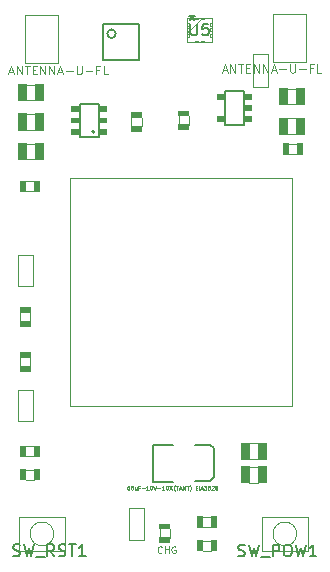
<source format=gbr>
%TF.GenerationSoftware,KiCad,Pcbnew,7.0.8*%
%TF.CreationDate,2023-10-19T11:53:08-06:00*%
%TF.ProjectId,air_station_1v5,6169725f-7374-4617-9469-6f6e5f317635,rev?*%
%TF.SameCoordinates,Original*%
%TF.FileFunction,AssemblyDrawing,Top*%
%FSLAX46Y46*%
G04 Gerber Fmt 4.6, Leading zero omitted, Abs format (unit mm)*
G04 Created by KiCad (PCBNEW 7.0.8) date 2023-10-19 11:53:08*
%MOMM*%
%LPD*%
G01*
G04 APERTURE LIST*
%ADD10C,0.081280*%
%ADD11C,0.150000*%
%ADD12C,0.082500*%
%ADD13C,0.063500*%
%ADD14C,0.152400*%
%ADD15C,0.101600*%
%ADD16C,0.100000*%
%ADD17C,0.203200*%
%ADD18C,0.025400*%
G04 APERTURE END LIST*
D10*
X94299810Y-58752243D02*
X94648153Y-58752243D01*
X94230141Y-58961249D02*
X94473981Y-58229729D01*
X94473981Y-58229729D02*
X94717821Y-58961249D01*
X94961661Y-58961249D02*
X94961661Y-58229729D01*
X94961661Y-58229729D02*
X95379672Y-58961249D01*
X95379672Y-58961249D02*
X95379672Y-58229729D01*
X95623512Y-58229729D02*
X96041524Y-58229729D01*
X95832518Y-58961249D02*
X95832518Y-58229729D01*
X96285364Y-58578072D02*
X96529204Y-58578072D01*
X96633707Y-58961249D02*
X96285364Y-58961249D01*
X96285364Y-58961249D02*
X96285364Y-58229729D01*
X96285364Y-58229729D02*
X96633707Y-58229729D01*
X96947215Y-58961249D02*
X96947215Y-58229729D01*
X96947215Y-58229729D02*
X97365226Y-58961249D01*
X97365226Y-58961249D02*
X97365226Y-58229729D01*
X97713569Y-58961249D02*
X97713569Y-58229729D01*
X97713569Y-58229729D02*
X98131580Y-58961249D01*
X98131580Y-58961249D02*
X98131580Y-58229729D01*
X98445089Y-58752243D02*
X98793432Y-58752243D01*
X98375420Y-58961249D02*
X98619260Y-58229729D01*
X98619260Y-58229729D02*
X98863100Y-58961249D01*
X99106940Y-58682575D02*
X99664289Y-58682575D01*
X100012631Y-58229729D02*
X100012631Y-58821912D01*
X100012631Y-58821912D02*
X100047465Y-58891580D01*
X100047465Y-58891580D02*
X100082300Y-58926415D01*
X100082300Y-58926415D02*
X100151968Y-58961249D01*
X100151968Y-58961249D02*
X100291305Y-58961249D01*
X100291305Y-58961249D02*
X100360974Y-58926415D01*
X100360974Y-58926415D02*
X100395808Y-58891580D01*
X100395808Y-58891580D02*
X100430642Y-58821912D01*
X100430642Y-58821912D02*
X100430642Y-58229729D01*
X100778985Y-58682575D02*
X101336334Y-58682575D01*
X101928516Y-58578072D02*
X101684676Y-58578072D01*
X101684676Y-58961249D02*
X101684676Y-58229729D01*
X101684676Y-58229729D02*
X102033019Y-58229729D01*
X102660036Y-58961249D02*
X102311693Y-58961249D01*
X102311693Y-58961249D02*
X102311693Y-58229729D01*
D11*
X76557571Y-99848200D02*
X76700428Y-99895819D01*
X76700428Y-99895819D02*
X76938523Y-99895819D01*
X76938523Y-99895819D02*
X77033761Y-99848200D01*
X77033761Y-99848200D02*
X77081380Y-99800580D01*
X77081380Y-99800580D02*
X77128999Y-99705342D01*
X77128999Y-99705342D02*
X77128999Y-99610104D01*
X77128999Y-99610104D02*
X77081380Y-99514866D01*
X77081380Y-99514866D02*
X77033761Y-99467247D01*
X77033761Y-99467247D02*
X76938523Y-99419628D01*
X76938523Y-99419628D02*
X76748047Y-99372009D01*
X76748047Y-99372009D02*
X76652809Y-99324390D01*
X76652809Y-99324390D02*
X76605190Y-99276771D01*
X76605190Y-99276771D02*
X76557571Y-99181533D01*
X76557571Y-99181533D02*
X76557571Y-99086295D01*
X76557571Y-99086295D02*
X76605190Y-98991057D01*
X76605190Y-98991057D02*
X76652809Y-98943438D01*
X76652809Y-98943438D02*
X76748047Y-98895819D01*
X76748047Y-98895819D02*
X76986142Y-98895819D01*
X76986142Y-98895819D02*
X77128999Y-98943438D01*
X77462333Y-98895819D02*
X77700428Y-99895819D01*
X77700428Y-99895819D02*
X77890904Y-99181533D01*
X77890904Y-99181533D02*
X78081380Y-99895819D01*
X78081380Y-99895819D02*
X78319476Y-98895819D01*
X78462333Y-99991057D02*
X79224237Y-99991057D01*
X80033761Y-99895819D02*
X79700428Y-99419628D01*
X79462333Y-99895819D02*
X79462333Y-98895819D01*
X79462333Y-98895819D02*
X79843285Y-98895819D01*
X79843285Y-98895819D02*
X79938523Y-98943438D01*
X79938523Y-98943438D02*
X79986142Y-98991057D01*
X79986142Y-98991057D02*
X80033761Y-99086295D01*
X80033761Y-99086295D02*
X80033761Y-99229152D01*
X80033761Y-99229152D02*
X79986142Y-99324390D01*
X79986142Y-99324390D02*
X79938523Y-99372009D01*
X79938523Y-99372009D02*
X79843285Y-99419628D01*
X79843285Y-99419628D02*
X79462333Y-99419628D01*
X80414714Y-99848200D02*
X80557571Y-99895819D01*
X80557571Y-99895819D02*
X80795666Y-99895819D01*
X80795666Y-99895819D02*
X80890904Y-99848200D01*
X80890904Y-99848200D02*
X80938523Y-99800580D01*
X80938523Y-99800580D02*
X80986142Y-99705342D01*
X80986142Y-99705342D02*
X80986142Y-99610104D01*
X80986142Y-99610104D02*
X80938523Y-99514866D01*
X80938523Y-99514866D02*
X80890904Y-99467247D01*
X80890904Y-99467247D02*
X80795666Y-99419628D01*
X80795666Y-99419628D02*
X80605190Y-99372009D01*
X80605190Y-99372009D02*
X80509952Y-99324390D01*
X80509952Y-99324390D02*
X80462333Y-99276771D01*
X80462333Y-99276771D02*
X80414714Y-99181533D01*
X80414714Y-99181533D02*
X80414714Y-99086295D01*
X80414714Y-99086295D02*
X80462333Y-98991057D01*
X80462333Y-98991057D02*
X80509952Y-98943438D01*
X80509952Y-98943438D02*
X80605190Y-98895819D01*
X80605190Y-98895819D02*
X80843285Y-98895819D01*
X80843285Y-98895819D02*
X80986142Y-98943438D01*
X81271857Y-98895819D02*
X81843285Y-98895819D01*
X81557571Y-99895819D02*
X81557571Y-98895819D01*
X82700428Y-99895819D02*
X82129000Y-99895819D01*
X82414714Y-99895819D02*
X82414714Y-98895819D01*
X82414714Y-98895819D02*
X82319476Y-99038676D01*
X82319476Y-99038676D02*
X82224238Y-99133914D01*
X82224238Y-99133914D02*
X82129000Y-99181533D01*
D12*
X86381571Y-93925374D02*
X86318713Y-93925374D01*
X86318713Y-93925374D02*
X86287285Y-93941088D01*
X86287285Y-93941088D02*
X86271571Y-93956802D01*
X86271571Y-93956802D02*
X86240142Y-94003945D01*
X86240142Y-94003945D02*
X86224428Y-94066802D01*
X86224428Y-94066802D02*
X86224428Y-94192517D01*
X86224428Y-94192517D02*
X86240142Y-94223945D01*
X86240142Y-94223945D02*
X86255856Y-94239660D01*
X86255856Y-94239660D02*
X86287285Y-94255374D01*
X86287285Y-94255374D02*
X86350142Y-94255374D01*
X86350142Y-94255374D02*
X86381571Y-94239660D01*
X86381571Y-94239660D02*
X86397285Y-94223945D01*
X86397285Y-94223945D02*
X86412999Y-94192517D01*
X86412999Y-94192517D02*
X86412999Y-94113945D01*
X86412999Y-94113945D02*
X86397285Y-94082517D01*
X86397285Y-94082517D02*
X86381571Y-94066802D01*
X86381571Y-94066802D02*
X86350142Y-94051088D01*
X86350142Y-94051088D02*
X86287285Y-94051088D01*
X86287285Y-94051088D02*
X86255856Y-94066802D01*
X86255856Y-94066802D02*
X86240142Y-94082517D01*
X86240142Y-94082517D02*
X86224428Y-94113945D01*
X86601571Y-94066802D02*
X86570142Y-94051088D01*
X86570142Y-94051088D02*
X86554428Y-94035374D01*
X86554428Y-94035374D02*
X86538714Y-94003945D01*
X86538714Y-94003945D02*
X86538714Y-93988231D01*
X86538714Y-93988231D02*
X86554428Y-93956802D01*
X86554428Y-93956802D02*
X86570142Y-93941088D01*
X86570142Y-93941088D02*
X86601571Y-93925374D01*
X86601571Y-93925374D02*
X86664428Y-93925374D01*
X86664428Y-93925374D02*
X86695857Y-93941088D01*
X86695857Y-93941088D02*
X86711571Y-93956802D01*
X86711571Y-93956802D02*
X86727285Y-93988231D01*
X86727285Y-93988231D02*
X86727285Y-94003945D01*
X86727285Y-94003945D02*
X86711571Y-94035374D01*
X86711571Y-94035374D02*
X86695857Y-94051088D01*
X86695857Y-94051088D02*
X86664428Y-94066802D01*
X86664428Y-94066802D02*
X86601571Y-94066802D01*
X86601571Y-94066802D02*
X86570142Y-94082517D01*
X86570142Y-94082517D02*
X86554428Y-94098231D01*
X86554428Y-94098231D02*
X86538714Y-94129660D01*
X86538714Y-94129660D02*
X86538714Y-94192517D01*
X86538714Y-94192517D02*
X86554428Y-94223945D01*
X86554428Y-94223945D02*
X86570142Y-94239660D01*
X86570142Y-94239660D02*
X86601571Y-94255374D01*
X86601571Y-94255374D02*
X86664428Y-94255374D01*
X86664428Y-94255374D02*
X86695857Y-94239660D01*
X86695857Y-94239660D02*
X86711571Y-94223945D01*
X86711571Y-94223945D02*
X86727285Y-94192517D01*
X86727285Y-94192517D02*
X86727285Y-94129660D01*
X86727285Y-94129660D02*
X86711571Y-94098231D01*
X86711571Y-94098231D02*
X86695857Y-94082517D01*
X86695857Y-94082517D02*
X86664428Y-94066802D01*
X87010143Y-94035374D02*
X87010143Y-94255374D01*
X86868714Y-94035374D02*
X86868714Y-94208231D01*
X86868714Y-94208231D02*
X86884428Y-94239660D01*
X86884428Y-94239660D02*
X86915857Y-94255374D01*
X86915857Y-94255374D02*
X86963000Y-94255374D01*
X86963000Y-94255374D02*
X86994428Y-94239660D01*
X86994428Y-94239660D02*
X87010143Y-94223945D01*
X87277285Y-94082517D02*
X87167285Y-94082517D01*
X87167285Y-94255374D02*
X87167285Y-93925374D01*
X87167285Y-93925374D02*
X87324428Y-93925374D01*
X87450142Y-94129660D02*
X87701571Y-94129660D01*
X88031570Y-94255374D02*
X87842999Y-94255374D01*
X87937284Y-94255374D02*
X87937284Y-93925374D01*
X87937284Y-93925374D02*
X87905856Y-93972517D01*
X87905856Y-93972517D02*
X87874427Y-94003945D01*
X87874427Y-94003945D02*
X87842999Y-94019660D01*
X88235856Y-93925374D02*
X88267285Y-93925374D01*
X88267285Y-93925374D02*
X88298713Y-93941088D01*
X88298713Y-93941088D02*
X88314428Y-93956802D01*
X88314428Y-93956802D02*
X88330142Y-93988231D01*
X88330142Y-93988231D02*
X88345856Y-94051088D01*
X88345856Y-94051088D02*
X88345856Y-94129660D01*
X88345856Y-94129660D02*
X88330142Y-94192517D01*
X88330142Y-94192517D02*
X88314428Y-94223945D01*
X88314428Y-94223945D02*
X88298713Y-94239660D01*
X88298713Y-94239660D02*
X88267285Y-94255374D01*
X88267285Y-94255374D02*
X88235856Y-94255374D01*
X88235856Y-94255374D02*
X88204428Y-94239660D01*
X88204428Y-94239660D02*
X88188713Y-94223945D01*
X88188713Y-94223945D02*
X88172999Y-94192517D01*
X88172999Y-94192517D02*
X88157285Y-94129660D01*
X88157285Y-94129660D02*
X88157285Y-94051088D01*
X88157285Y-94051088D02*
X88172999Y-93988231D01*
X88172999Y-93988231D02*
X88188713Y-93956802D01*
X88188713Y-93956802D02*
X88204428Y-93941088D01*
X88204428Y-93941088D02*
X88235856Y-93925374D01*
X88440142Y-93925374D02*
X88550142Y-94255374D01*
X88550142Y-94255374D02*
X88660142Y-93925374D01*
X88770142Y-94129660D02*
X89021571Y-94129660D01*
X89351570Y-94255374D02*
X89162999Y-94255374D01*
X89257284Y-94255374D02*
X89257284Y-93925374D01*
X89257284Y-93925374D02*
X89225856Y-93972517D01*
X89225856Y-93972517D02*
X89194427Y-94003945D01*
X89194427Y-94003945D02*
X89162999Y-94019660D01*
X89555856Y-93925374D02*
X89587285Y-93925374D01*
X89587285Y-93925374D02*
X89618713Y-93941088D01*
X89618713Y-93941088D02*
X89634428Y-93956802D01*
X89634428Y-93956802D02*
X89650142Y-93988231D01*
X89650142Y-93988231D02*
X89665856Y-94051088D01*
X89665856Y-94051088D02*
X89665856Y-94129660D01*
X89665856Y-94129660D02*
X89650142Y-94192517D01*
X89650142Y-94192517D02*
X89634428Y-94223945D01*
X89634428Y-94223945D02*
X89618713Y-94239660D01*
X89618713Y-94239660D02*
X89587285Y-94255374D01*
X89587285Y-94255374D02*
X89555856Y-94255374D01*
X89555856Y-94255374D02*
X89524428Y-94239660D01*
X89524428Y-94239660D02*
X89508713Y-94223945D01*
X89508713Y-94223945D02*
X89492999Y-94192517D01*
X89492999Y-94192517D02*
X89477285Y-94129660D01*
X89477285Y-94129660D02*
X89477285Y-94051088D01*
X89477285Y-94051088D02*
X89492999Y-93988231D01*
X89492999Y-93988231D02*
X89508713Y-93956802D01*
X89508713Y-93956802D02*
X89524428Y-93941088D01*
X89524428Y-93941088D02*
X89555856Y-93925374D01*
X89791571Y-94255374D02*
X90042999Y-93925374D01*
X89838714Y-93925374D02*
X89870142Y-93941088D01*
X89870142Y-93941088D02*
X89885856Y-93972517D01*
X89885856Y-93972517D02*
X89870142Y-94003945D01*
X89870142Y-94003945D02*
X89838714Y-94019660D01*
X89838714Y-94019660D02*
X89807285Y-94003945D01*
X89807285Y-94003945D02*
X89791571Y-93972517D01*
X89791571Y-93972517D02*
X89807285Y-93941088D01*
X89807285Y-93941088D02*
X89838714Y-93925374D01*
X90027285Y-94239660D02*
X90042999Y-94208231D01*
X90042999Y-94208231D02*
X90027285Y-94176802D01*
X90027285Y-94176802D02*
X89995856Y-94161088D01*
X89995856Y-94161088D02*
X89964428Y-94176802D01*
X89964428Y-94176802D02*
X89948714Y-94208231D01*
X89948714Y-94208231D02*
X89964428Y-94239660D01*
X89964428Y-94239660D02*
X89995856Y-94255374D01*
X89995856Y-94255374D02*
X90027285Y-94239660D01*
X90278714Y-94381088D02*
X90262999Y-94365374D01*
X90262999Y-94365374D02*
X90231571Y-94318231D01*
X90231571Y-94318231D02*
X90215857Y-94286802D01*
X90215857Y-94286802D02*
X90200142Y-94239660D01*
X90200142Y-94239660D02*
X90184428Y-94161088D01*
X90184428Y-94161088D02*
X90184428Y-94098231D01*
X90184428Y-94098231D02*
X90200142Y-94019660D01*
X90200142Y-94019660D02*
X90215857Y-93972517D01*
X90215857Y-93972517D02*
X90231571Y-93941088D01*
X90231571Y-93941088D02*
X90262999Y-93893945D01*
X90262999Y-93893945D02*
X90278714Y-93878231D01*
X90357285Y-93925374D02*
X90545857Y-93925374D01*
X90451571Y-94255374D02*
X90451571Y-93925374D01*
X90640143Y-94161088D02*
X90797286Y-94161088D01*
X90608714Y-94255374D02*
X90718714Y-93925374D01*
X90718714Y-93925374D02*
X90828714Y-94255374D01*
X90938714Y-94255374D02*
X90938714Y-93925374D01*
X90938714Y-93925374D02*
X91127285Y-94255374D01*
X91127285Y-94255374D02*
X91127285Y-93925374D01*
X91237285Y-93925374D02*
X91425857Y-93925374D01*
X91331571Y-94255374D02*
X91331571Y-93925374D01*
X91504428Y-94381088D02*
X91520143Y-94365374D01*
X91520143Y-94365374D02*
X91551571Y-94318231D01*
X91551571Y-94318231D02*
X91567286Y-94286802D01*
X91567286Y-94286802D02*
X91583000Y-94239660D01*
X91583000Y-94239660D02*
X91598714Y-94161088D01*
X91598714Y-94161088D02*
X91598714Y-94098231D01*
X91598714Y-94098231D02*
X91583000Y-94019660D01*
X91583000Y-94019660D02*
X91567286Y-93972517D01*
X91567286Y-93972517D02*
X91551571Y-93941088D01*
X91551571Y-93941088D02*
X91520143Y-93893945D01*
X91520143Y-93893945D02*
X91504428Y-93878231D01*
X92007286Y-94082517D02*
X92117286Y-94082517D01*
X92164429Y-94255374D02*
X92007286Y-94255374D01*
X92007286Y-94255374D02*
X92007286Y-93925374D01*
X92007286Y-93925374D02*
X92164429Y-93925374D01*
X92305857Y-94255374D02*
X92305857Y-93925374D01*
X92447286Y-94161088D02*
X92604429Y-94161088D01*
X92415857Y-94255374D02*
X92525857Y-93925374D01*
X92525857Y-93925374D02*
X92635857Y-94255374D01*
X92714428Y-93925374D02*
X92918714Y-93925374D01*
X92918714Y-93925374D02*
X92808714Y-94051088D01*
X92808714Y-94051088D02*
X92855857Y-94051088D01*
X92855857Y-94051088D02*
X92887286Y-94066802D01*
X92887286Y-94066802D02*
X92903000Y-94082517D01*
X92903000Y-94082517D02*
X92918714Y-94113945D01*
X92918714Y-94113945D02*
X92918714Y-94192517D01*
X92918714Y-94192517D02*
X92903000Y-94223945D01*
X92903000Y-94223945D02*
X92887286Y-94239660D01*
X92887286Y-94239660D02*
X92855857Y-94255374D01*
X92855857Y-94255374D02*
X92761571Y-94255374D01*
X92761571Y-94255374D02*
X92730143Y-94239660D01*
X92730143Y-94239660D02*
X92714428Y-94223945D01*
X93217286Y-93925374D02*
X93060143Y-93925374D01*
X93060143Y-93925374D02*
X93044429Y-94082517D01*
X93044429Y-94082517D02*
X93060143Y-94066802D01*
X93060143Y-94066802D02*
X93091572Y-94051088D01*
X93091572Y-94051088D02*
X93170143Y-94051088D01*
X93170143Y-94051088D02*
X93201572Y-94066802D01*
X93201572Y-94066802D02*
X93217286Y-94082517D01*
X93217286Y-94082517D02*
X93233000Y-94113945D01*
X93233000Y-94113945D02*
X93233000Y-94192517D01*
X93233000Y-94192517D02*
X93217286Y-94223945D01*
X93217286Y-94223945D02*
X93201572Y-94239660D01*
X93201572Y-94239660D02*
X93170143Y-94255374D01*
X93170143Y-94255374D02*
X93091572Y-94255374D01*
X93091572Y-94255374D02*
X93060143Y-94239660D01*
X93060143Y-94239660D02*
X93044429Y-94223945D01*
X93358715Y-93956802D02*
X93374429Y-93941088D01*
X93374429Y-93941088D02*
X93405858Y-93925374D01*
X93405858Y-93925374D02*
X93484429Y-93925374D01*
X93484429Y-93925374D02*
X93515858Y-93941088D01*
X93515858Y-93941088D02*
X93531572Y-93956802D01*
X93531572Y-93956802D02*
X93547286Y-93988231D01*
X93547286Y-93988231D02*
X93547286Y-94019660D01*
X93547286Y-94019660D02*
X93531572Y-94066802D01*
X93531572Y-94066802D02*
X93343000Y-94255374D01*
X93343000Y-94255374D02*
X93547286Y-94255374D01*
X93735858Y-94066802D02*
X93704429Y-94051088D01*
X93704429Y-94051088D02*
X93688715Y-94035374D01*
X93688715Y-94035374D02*
X93673001Y-94003945D01*
X93673001Y-94003945D02*
X93673001Y-93988231D01*
X93673001Y-93988231D02*
X93688715Y-93956802D01*
X93688715Y-93956802D02*
X93704429Y-93941088D01*
X93704429Y-93941088D02*
X93735858Y-93925374D01*
X93735858Y-93925374D02*
X93798715Y-93925374D01*
X93798715Y-93925374D02*
X93830144Y-93941088D01*
X93830144Y-93941088D02*
X93845858Y-93956802D01*
X93845858Y-93956802D02*
X93861572Y-93988231D01*
X93861572Y-93988231D02*
X93861572Y-94003945D01*
X93861572Y-94003945D02*
X93845858Y-94035374D01*
X93845858Y-94035374D02*
X93830144Y-94051088D01*
X93830144Y-94051088D02*
X93798715Y-94066802D01*
X93798715Y-94066802D02*
X93735858Y-94066802D01*
X93735858Y-94066802D02*
X93704429Y-94082517D01*
X93704429Y-94082517D02*
X93688715Y-94098231D01*
X93688715Y-94098231D02*
X93673001Y-94129660D01*
X93673001Y-94129660D02*
X93673001Y-94192517D01*
X93673001Y-94192517D02*
X93688715Y-94223945D01*
X93688715Y-94223945D02*
X93704429Y-94239660D01*
X93704429Y-94239660D02*
X93735858Y-94255374D01*
X93735858Y-94255374D02*
X93798715Y-94255374D01*
X93798715Y-94255374D02*
X93830144Y-94239660D01*
X93830144Y-94239660D02*
X93845858Y-94223945D01*
X93845858Y-94223945D02*
X93861572Y-94192517D01*
X93861572Y-94192517D02*
X93861572Y-94129660D01*
X93861572Y-94129660D02*
X93845858Y-94098231D01*
X93845858Y-94098231D02*
X93830144Y-94082517D01*
X93830144Y-94082517D02*
X93798715Y-94066802D01*
D11*
X91572680Y-54791991D02*
X91572680Y-55601514D01*
X91572680Y-55601514D02*
X91620299Y-55696752D01*
X91620299Y-55696752D02*
X91667918Y-55744372D01*
X91667918Y-55744372D02*
X91763156Y-55791991D01*
X91763156Y-55791991D02*
X91953632Y-55791991D01*
X91953632Y-55791991D02*
X92048870Y-55744372D01*
X92048870Y-55744372D02*
X92096489Y-55696752D01*
X92096489Y-55696752D02*
X92144108Y-55601514D01*
X92144108Y-55601514D02*
X92144108Y-54791991D01*
X93096489Y-54791991D02*
X92620299Y-54791991D01*
X92620299Y-54791991D02*
X92572680Y-55268181D01*
X92572680Y-55268181D02*
X92620299Y-55220562D01*
X92620299Y-55220562D02*
X92715537Y-55172943D01*
X92715537Y-55172943D02*
X92953632Y-55172943D01*
X92953632Y-55172943D02*
X93048870Y-55220562D01*
X93048870Y-55220562D02*
X93096489Y-55268181D01*
X93096489Y-55268181D02*
X93144108Y-55363419D01*
X93144108Y-55363419D02*
X93144108Y-55601514D01*
X93144108Y-55601514D02*
X93096489Y-55696752D01*
X93096489Y-55696752D02*
X93048870Y-55744372D01*
X93048870Y-55744372D02*
X92953632Y-55791991D01*
X92953632Y-55791991D02*
X92715537Y-55791991D01*
X92715537Y-55791991D02*
X92620299Y-55744372D01*
X92620299Y-55744372D02*
X92572680Y-55696752D01*
X91712285Y-54041991D02*
X91712285Y-54280086D01*
X91474190Y-54184848D02*
X91712285Y-54280086D01*
X91712285Y-54280086D02*
X91950380Y-54184848D01*
X91569428Y-54470562D02*
X91712285Y-54280086D01*
X91712285Y-54280086D02*
X91855142Y-54470562D01*
X91712285Y-54041991D02*
X91712285Y-54280086D01*
X91474190Y-54184848D02*
X91712285Y-54280086D01*
X91712285Y-54280086D02*
X91950380Y-54184848D01*
X91569428Y-54470562D02*
X91712285Y-54280086D01*
X91712285Y-54280086D02*
X91855142Y-54470562D01*
D10*
X76225632Y-58879243D02*
X76573975Y-58879243D01*
X76155963Y-59088249D02*
X76399803Y-58356729D01*
X76399803Y-58356729D02*
X76643643Y-59088249D01*
X76887483Y-59088249D02*
X76887483Y-58356729D01*
X76887483Y-58356729D02*
X77305494Y-59088249D01*
X77305494Y-59088249D02*
X77305494Y-58356729D01*
X77549334Y-58356729D02*
X77967346Y-58356729D01*
X77758340Y-59088249D02*
X77758340Y-58356729D01*
X78211186Y-58705072D02*
X78455026Y-58705072D01*
X78559529Y-59088249D02*
X78211186Y-59088249D01*
X78211186Y-59088249D02*
X78211186Y-58356729D01*
X78211186Y-58356729D02*
X78559529Y-58356729D01*
X78873037Y-59088249D02*
X78873037Y-58356729D01*
X78873037Y-58356729D02*
X79291048Y-59088249D01*
X79291048Y-59088249D02*
X79291048Y-58356729D01*
X79639391Y-59088249D02*
X79639391Y-58356729D01*
X79639391Y-58356729D02*
X80057402Y-59088249D01*
X80057402Y-59088249D02*
X80057402Y-58356729D01*
X80370911Y-58879243D02*
X80719254Y-58879243D01*
X80301242Y-59088249D02*
X80545082Y-58356729D01*
X80545082Y-58356729D02*
X80788922Y-59088249D01*
X81032762Y-58809575D02*
X81590111Y-58809575D01*
X81938453Y-58356729D02*
X81938453Y-58948912D01*
X81938453Y-58948912D02*
X81973287Y-59018580D01*
X81973287Y-59018580D02*
X82008122Y-59053415D01*
X82008122Y-59053415D02*
X82077790Y-59088249D01*
X82077790Y-59088249D02*
X82217127Y-59088249D01*
X82217127Y-59088249D02*
X82286796Y-59053415D01*
X82286796Y-59053415D02*
X82321630Y-59018580D01*
X82321630Y-59018580D02*
X82356464Y-58948912D01*
X82356464Y-58948912D02*
X82356464Y-58356729D01*
X82704807Y-58809575D02*
X83262156Y-58809575D01*
X83854338Y-58705072D02*
X83610498Y-58705072D01*
X83610498Y-59088249D02*
X83610498Y-58356729D01*
X83610498Y-58356729D02*
X83958841Y-58356729D01*
X84585858Y-59088249D02*
X84237515Y-59088249D01*
X84237515Y-59088249D02*
X84237515Y-58356729D01*
D11*
X95623476Y-99857200D02*
X95766333Y-99904819D01*
X95766333Y-99904819D02*
X96004428Y-99904819D01*
X96004428Y-99904819D02*
X96099666Y-99857200D01*
X96099666Y-99857200D02*
X96147285Y-99809580D01*
X96147285Y-99809580D02*
X96194904Y-99714342D01*
X96194904Y-99714342D02*
X96194904Y-99619104D01*
X96194904Y-99619104D02*
X96147285Y-99523866D01*
X96147285Y-99523866D02*
X96099666Y-99476247D01*
X96099666Y-99476247D02*
X96004428Y-99428628D01*
X96004428Y-99428628D02*
X95813952Y-99381009D01*
X95813952Y-99381009D02*
X95718714Y-99333390D01*
X95718714Y-99333390D02*
X95671095Y-99285771D01*
X95671095Y-99285771D02*
X95623476Y-99190533D01*
X95623476Y-99190533D02*
X95623476Y-99095295D01*
X95623476Y-99095295D02*
X95671095Y-99000057D01*
X95671095Y-99000057D02*
X95718714Y-98952438D01*
X95718714Y-98952438D02*
X95813952Y-98904819D01*
X95813952Y-98904819D02*
X96052047Y-98904819D01*
X96052047Y-98904819D02*
X96194904Y-98952438D01*
X96528238Y-98904819D02*
X96766333Y-99904819D01*
X96766333Y-99904819D02*
X96956809Y-99190533D01*
X96956809Y-99190533D02*
X97147285Y-99904819D01*
X97147285Y-99904819D02*
X97385381Y-98904819D01*
X97528238Y-100000057D02*
X98290142Y-100000057D01*
X98528238Y-99904819D02*
X98528238Y-98904819D01*
X98528238Y-98904819D02*
X98909190Y-98904819D01*
X98909190Y-98904819D02*
X99004428Y-98952438D01*
X99004428Y-98952438D02*
X99052047Y-99000057D01*
X99052047Y-99000057D02*
X99099666Y-99095295D01*
X99099666Y-99095295D02*
X99099666Y-99238152D01*
X99099666Y-99238152D02*
X99052047Y-99333390D01*
X99052047Y-99333390D02*
X99004428Y-99381009D01*
X99004428Y-99381009D02*
X98909190Y-99428628D01*
X98909190Y-99428628D02*
X98528238Y-99428628D01*
X99718714Y-98904819D02*
X99909190Y-98904819D01*
X99909190Y-98904819D02*
X100004428Y-98952438D01*
X100004428Y-98952438D02*
X100099666Y-99047676D01*
X100099666Y-99047676D02*
X100147285Y-99238152D01*
X100147285Y-99238152D02*
X100147285Y-99571485D01*
X100147285Y-99571485D02*
X100099666Y-99761961D01*
X100099666Y-99761961D02*
X100004428Y-99857200D01*
X100004428Y-99857200D02*
X99909190Y-99904819D01*
X99909190Y-99904819D02*
X99718714Y-99904819D01*
X99718714Y-99904819D02*
X99623476Y-99857200D01*
X99623476Y-99857200D02*
X99528238Y-99761961D01*
X99528238Y-99761961D02*
X99480619Y-99571485D01*
X99480619Y-99571485D02*
X99480619Y-99238152D01*
X99480619Y-99238152D02*
X99528238Y-99047676D01*
X99528238Y-99047676D02*
X99623476Y-98952438D01*
X99623476Y-98952438D02*
X99718714Y-98904819D01*
X100480619Y-98904819D02*
X100718714Y-99904819D01*
X100718714Y-99904819D02*
X100909190Y-99190533D01*
X100909190Y-99190533D02*
X101099666Y-99904819D01*
X101099666Y-99904819D02*
X101337762Y-98904819D01*
X102242523Y-99904819D02*
X101671095Y-99904819D01*
X101956809Y-99904819D02*
X101956809Y-98904819D01*
X101956809Y-98904819D02*
X101861571Y-99047676D01*
X101861571Y-99047676D02*
X101766333Y-99142914D01*
X101766333Y-99142914D02*
X101671095Y-99190533D01*
D13*
X89150418Y-99567328D02*
X89123204Y-99594543D01*
X89123204Y-99594543D02*
X89041561Y-99621757D01*
X89041561Y-99621757D02*
X88987133Y-99621757D01*
X88987133Y-99621757D02*
X88905490Y-99594543D01*
X88905490Y-99594543D02*
X88851061Y-99540114D01*
X88851061Y-99540114D02*
X88823847Y-99485685D01*
X88823847Y-99485685D02*
X88796633Y-99376828D01*
X88796633Y-99376828D02*
X88796633Y-99295185D01*
X88796633Y-99295185D02*
X88823847Y-99186328D01*
X88823847Y-99186328D02*
X88851061Y-99131900D01*
X88851061Y-99131900D02*
X88905490Y-99077471D01*
X88905490Y-99077471D02*
X88987133Y-99050257D01*
X88987133Y-99050257D02*
X89041561Y-99050257D01*
X89041561Y-99050257D02*
X89123204Y-99077471D01*
X89123204Y-99077471D02*
X89150418Y-99104685D01*
X89395347Y-99621757D02*
X89395347Y-99050257D01*
X89395347Y-99322400D02*
X89721918Y-99322400D01*
X89721918Y-99621757D02*
X89721918Y-99050257D01*
X90293418Y-99077471D02*
X90238990Y-99050257D01*
X90238990Y-99050257D02*
X90157347Y-99050257D01*
X90157347Y-99050257D02*
X90075704Y-99077471D01*
X90075704Y-99077471D02*
X90021275Y-99131900D01*
X90021275Y-99131900D02*
X89994061Y-99186328D01*
X89994061Y-99186328D02*
X89966847Y-99295185D01*
X89966847Y-99295185D02*
X89966847Y-99376828D01*
X89966847Y-99376828D02*
X89994061Y-99485685D01*
X89994061Y-99485685D02*
X90021275Y-99540114D01*
X90021275Y-99540114D02*
X90075704Y-99594543D01*
X90075704Y-99594543D02*
X90157347Y-99621757D01*
X90157347Y-99621757D02*
X90211775Y-99621757D01*
X90211775Y-99621757D02*
X90293418Y-99594543D01*
X90293418Y-99594543D02*
X90320632Y-99567328D01*
X90320632Y-99567328D02*
X90320632Y-99376828D01*
X90320632Y-99376828D02*
X90211775Y-99376828D01*
D14*
%TO.C,X1*%
X84191000Y-54854000D02*
X84191000Y-57854000D01*
X84191000Y-57854000D02*
X87191000Y-57854000D01*
X87191000Y-54854000D02*
X84191000Y-54854000D01*
X87191000Y-57854000D02*
X87191000Y-54854000D01*
X85251553Y-55654000D02*
G75*
G03*
X85251553Y-55654000I-360553J0D01*
G01*
D15*
%TO.C,R4*%
X78356000Y-93432000D02*
X77644000Y-93432000D01*
X78356000Y-92581000D02*
X77644000Y-92581000D01*
G36*
X78838200Y-93480100D02*
G01*
X78338100Y-93480100D01*
X78338100Y-92530100D01*
X78838200Y-92530100D01*
X78838200Y-93480100D01*
G37*
G36*
X77669800Y-93480100D02*
G01*
X77169700Y-93480100D01*
X77169700Y-92530100D01*
X77669800Y-92530100D01*
X77669800Y-93480100D01*
G37*
D16*
%TO.C,GPS_ANTENNA*%
X98603000Y-53968000D02*
X101397000Y-53968000D01*
X101397000Y-53968000D02*
X101397000Y-58032000D01*
X101397000Y-58032000D02*
X98603000Y-58032000D01*
X98603000Y-58032000D02*
X98603000Y-53968000D01*
D15*
%TO.C,R6*%
X77165000Y-79985000D02*
X77165000Y-79273000D01*
X78016000Y-79985000D02*
X78016000Y-79273000D01*
G36*
X78066900Y-80467200D02*
G01*
X77116900Y-80467200D01*
X77116900Y-79967100D01*
X78066900Y-79967100D01*
X78066900Y-80467200D01*
G37*
G36*
X78066900Y-79298800D02*
G01*
X77116900Y-79298800D01*
X77116900Y-78798700D01*
X78066900Y-78798700D01*
X78066900Y-79298800D01*
G37*
%TO.C,R10*%
X87432000Y-62794000D02*
X87432000Y-63506000D01*
X86581000Y-62794000D02*
X86581000Y-63506000D01*
G36*
X87480100Y-62811900D02*
G01*
X86530100Y-62811900D01*
X86530100Y-62311800D01*
X87480100Y-62311800D01*
X87480100Y-62811900D01*
G37*
G36*
X87480100Y-63980300D02*
G01*
X86530100Y-63980300D01*
X86530100Y-63480200D01*
X87480100Y-63480200D01*
X87480100Y-63980300D01*
G37*
%TO.C,C5*%
X88976000Y-98312000D02*
X88976000Y-97600000D01*
X89827000Y-98312000D02*
X89827000Y-97600000D01*
G36*
X89877900Y-98794200D02*
G01*
X88927900Y-98794200D01*
X88927900Y-98294100D01*
X89877900Y-98294100D01*
X89877900Y-98794200D01*
G37*
G36*
X89877900Y-97625800D02*
G01*
X88927900Y-97625800D01*
X88927900Y-97125700D01*
X89877900Y-97125700D01*
X89877900Y-97625800D01*
G37*
D16*
%TO.C,SW_RST1*%
X80950000Y-99450000D02*
X77050000Y-99450000D01*
X80950000Y-96550000D02*
X80950000Y-99450000D01*
X77050000Y-99450000D02*
X77050000Y-96550000D01*
X77050000Y-96550000D02*
X80950000Y-96550000D01*
X80000000Y-98000000D02*
G75*
G03*
X80000000Y-98000000I-1000000J0D01*
G01*
D15*
%TO.C,C12*%
X99761000Y-60325392D02*
X100523000Y-60325392D01*
X99786000Y-61645392D02*
X100523000Y-61645392D01*
G36*
X99799900Y-61709292D02*
G01*
X99049800Y-61709292D01*
X99049800Y-60259192D01*
X99799900Y-60259192D01*
X99799900Y-61709292D01*
G37*
G36*
X101247700Y-61709292D02*
G01*
X100497600Y-61709292D01*
X100497600Y-60259192D01*
X101247700Y-60259192D01*
X101247700Y-61709292D01*
G37*
%TO.C,R3*%
X77644000Y-90568000D02*
X78356000Y-90568000D01*
X77644000Y-91419000D02*
X78356000Y-91419000D01*
G36*
X77661900Y-91469900D02*
G01*
X77161800Y-91469900D01*
X77161800Y-90519900D01*
X77661900Y-90519900D01*
X77661900Y-91469900D01*
G37*
G36*
X78830300Y-91469900D02*
G01*
X78330200Y-91469900D01*
X78330200Y-90519900D01*
X78830300Y-90519900D01*
X78830300Y-91469900D01*
G37*
%TO.C,R9*%
X91432000Y-62644000D02*
X91432000Y-63356000D01*
X90581000Y-62644000D02*
X90581000Y-63356000D01*
G36*
X91480100Y-62661900D02*
G01*
X90530100Y-62661900D01*
X90530100Y-62161800D01*
X91480100Y-62161800D01*
X91480100Y-62661900D01*
G37*
G36*
X91480100Y-63830300D02*
G01*
X90530100Y-63830300D01*
X90530100Y-63330200D01*
X91480100Y-63330200D01*
X91480100Y-63830300D01*
G37*
D17*
%TO.C,U7*%
X82190000Y-64422000D02*
X82190000Y-61578000D01*
X83810000Y-64422000D02*
X82190000Y-64422000D01*
X82190000Y-61578000D02*
X83810000Y-61578000D01*
X83810000Y-61578000D02*
X83810000Y-64422000D01*
X83450000Y-63950000D02*
G75*
G03*
X83450000Y-63950000I-100000J0D01*
G01*
G36*
X82150000Y-64200000D02*
G01*
X81500000Y-64200000D01*
X81500000Y-63700000D01*
X82150000Y-63700000D01*
X82150000Y-64200000D01*
G37*
G36*
X84500000Y-64200000D02*
G01*
X83850000Y-64200000D01*
X83850000Y-63700000D01*
X84500000Y-63700000D01*
X84500000Y-64200000D01*
G37*
G36*
X82150000Y-63250000D02*
G01*
X81500000Y-63250000D01*
X81500000Y-62750000D01*
X82150000Y-62750000D01*
X82150000Y-63250000D01*
G37*
G36*
X84500000Y-63250000D02*
G01*
X83850000Y-63250000D01*
X83850000Y-62750000D01*
X84500000Y-62750000D01*
X84500000Y-63250000D01*
G37*
G36*
X82150000Y-62300000D02*
G01*
X81500000Y-62300000D01*
X81500000Y-61800000D01*
X82150000Y-61800000D01*
X82150000Y-62300000D01*
G37*
G36*
X84500000Y-62300000D02*
G01*
X83850000Y-62300000D01*
X83850000Y-61800000D01*
X84500000Y-61800000D01*
X84500000Y-62300000D01*
G37*
D15*
%TO.C,R5*%
X78029000Y-83083000D02*
X78029000Y-83795000D01*
X77178000Y-83083000D02*
X77178000Y-83795000D01*
G36*
X78077100Y-83100900D02*
G01*
X77127100Y-83100900D01*
X77127100Y-82600800D01*
X78077100Y-82600800D01*
X78077100Y-83100900D01*
G37*
G36*
X78077100Y-84269300D02*
G01*
X77127100Y-84269300D01*
X77127100Y-83769200D01*
X78077100Y-83769200D01*
X78077100Y-84269300D01*
G37*
D16*
%TO.C,D2*%
X78238507Y-74374310D02*
X76970049Y-74374310D01*
X76970049Y-74374310D02*
X76970049Y-77038711D01*
X76970049Y-77038711D02*
X78238507Y-77038711D01*
X78238507Y-77038711D02*
X78238507Y-74374310D01*
D17*
%TO.C,U9*%
X94489700Y-63372400D02*
X94489700Y-60527600D01*
X96110500Y-63372400D02*
X94489700Y-63372400D01*
X94489700Y-60527600D02*
X96110500Y-60527600D01*
X96110500Y-60527600D02*
X96110500Y-63372400D01*
G36*
X94450100Y-63150000D02*
G01*
X93800100Y-63150000D01*
X93800100Y-62650000D01*
X94450100Y-62650000D01*
X94450100Y-63150000D01*
G37*
G36*
X96800100Y-63150000D02*
G01*
X96150100Y-63150000D01*
X96150100Y-62650000D01*
X96800100Y-62650000D01*
X96800100Y-63150000D01*
G37*
G36*
X96800100Y-62200000D02*
G01*
X96150100Y-62200000D01*
X96150100Y-61700000D01*
X96800100Y-61700000D01*
X96800100Y-62200000D01*
G37*
G36*
X94450100Y-61250000D02*
G01*
X93800100Y-61250000D01*
X93800100Y-60750000D01*
X94450100Y-60750000D01*
X94450100Y-61250000D01*
G37*
G36*
X96800100Y-61250000D02*
G01*
X96150100Y-61250000D01*
X96150100Y-60750000D01*
X96800100Y-60750000D01*
X96800100Y-61250000D01*
G37*
D15*
%TO.C,C9*%
X78431000Y-63790000D02*
X77669000Y-63790000D01*
X78406000Y-62470000D02*
X77669000Y-62470000D01*
G36*
X79142200Y-63856200D02*
G01*
X78392100Y-63856200D01*
X78392100Y-62406100D01*
X79142200Y-62406100D01*
X79142200Y-63856200D01*
G37*
G36*
X77694400Y-63856200D02*
G01*
X76944300Y-63856200D01*
X76944300Y-62406100D01*
X77694400Y-62406100D01*
X77694400Y-63856200D01*
G37*
%TO.C,C11*%
X78356000Y-69002000D02*
X77644000Y-69002000D01*
X78356000Y-68151000D02*
X77644000Y-68151000D01*
G36*
X78838200Y-69050100D02*
G01*
X78338100Y-69050100D01*
X78338100Y-68100100D01*
X78838200Y-68100100D01*
X78838200Y-69050100D01*
G37*
G36*
X77669800Y-69050100D02*
G01*
X77169700Y-69050100D01*
X77169700Y-68100100D01*
X77669800Y-68100100D01*
X77669800Y-69050100D01*
G37*
%TO.C,R1*%
X93356000Y-97432000D02*
X92644000Y-97432000D01*
X93356000Y-96581000D02*
X92644000Y-96581000D01*
G36*
X93838200Y-97480100D02*
G01*
X93338100Y-97480100D01*
X93338100Y-96530100D01*
X93838200Y-96530100D01*
X93838200Y-97480100D01*
G37*
G36*
X92669800Y-97480100D02*
G01*
X92169700Y-97480100D01*
X92169700Y-96530100D01*
X92669800Y-96530100D01*
X92669800Y-97480100D01*
G37*
%TO.C,C14*%
X99896000Y-64993392D02*
X100608000Y-64993392D01*
X99896000Y-65844392D02*
X100608000Y-65844392D01*
G36*
X99913900Y-65895292D02*
G01*
X99413800Y-65895292D01*
X99413800Y-64945292D01*
X99913900Y-64945292D01*
X99913900Y-65895292D01*
G37*
G36*
X101082300Y-65895292D02*
G01*
X100582200Y-65895292D01*
X100582200Y-64945292D01*
X101082300Y-64945292D01*
X101082300Y-65895292D01*
G37*
%TO.C,C10*%
X78431000Y-66290000D02*
X77669000Y-66290000D01*
X78406000Y-64970000D02*
X77669000Y-64970000D01*
G36*
X79142200Y-66356200D02*
G01*
X78392100Y-66356200D01*
X78392100Y-64906100D01*
X79142200Y-64906100D01*
X79142200Y-66356200D01*
G37*
G36*
X77694400Y-66356200D02*
G01*
X76944300Y-66356200D01*
X76944300Y-64906100D01*
X77694400Y-64906100D01*
X77694400Y-66356200D01*
G37*
D17*
%TO.C,C3*%
X88400000Y-90450000D02*
X90100000Y-90450000D01*
X88400000Y-93600000D02*
X88400000Y-90450000D01*
X90100000Y-93600000D02*
X88400000Y-93600000D01*
X92000000Y-93550000D02*
X93200000Y-93550000D01*
X93200000Y-90450000D02*
X92000000Y-90450000D01*
X93200000Y-93550000D02*
X93600000Y-93200000D01*
X93600000Y-90750000D02*
X93200000Y-90450000D01*
X93600000Y-93200000D02*
X93600000Y-90750000D01*
D15*
%TO.C,C2*%
X97331000Y-93660000D02*
X96569000Y-93660000D01*
X97306000Y-92340000D02*
X96569000Y-92340000D01*
G36*
X98042200Y-93726200D02*
G01*
X97292100Y-93726200D01*
X97292100Y-92276100D01*
X98042200Y-92276100D01*
X98042200Y-93726200D01*
G37*
G36*
X96594400Y-93726200D02*
G01*
X95844300Y-93726200D01*
X95844300Y-92276100D01*
X96594400Y-92276100D01*
X96594400Y-93726200D01*
G37*
%TO.C,R2*%
X92644000Y-98568000D02*
X93356000Y-98568000D01*
X92644000Y-99419000D02*
X93356000Y-99419000D01*
G36*
X92661900Y-99469900D02*
G01*
X92161800Y-99469900D01*
X92161800Y-98519900D01*
X92661900Y-98519900D01*
X92661900Y-99469900D01*
G37*
G36*
X93830300Y-99469900D02*
G01*
X93330200Y-99469900D01*
X93330200Y-98519900D01*
X93830300Y-98519900D01*
X93830300Y-99469900D01*
G37*
%TO.C,C8*%
X78431000Y-61290000D02*
X77669000Y-61290000D01*
X78406000Y-59970000D02*
X77669000Y-59970000D01*
G36*
X79142200Y-61356200D02*
G01*
X78392100Y-61356200D01*
X78392100Y-59906100D01*
X79142200Y-59906100D01*
X79142200Y-61356200D01*
G37*
G36*
X77694400Y-61356200D02*
G01*
X76944300Y-61356200D01*
X76944300Y-59906100D01*
X77694400Y-59906100D01*
X77694400Y-61356200D01*
G37*
D16*
%TO.C,L2*%
X98171000Y-57404000D02*
X96901000Y-57404000D01*
X96901000Y-57404000D02*
X96901000Y-60198000D01*
X96901000Y-60198000D02*
X98171000Y-60198000D01*
X98171000Y-60198000D02*
X98171000Y-57404000D01*
D15*
%TO.C,C13*%
X99761000Y-62825392D02*
X100523000Y-62825392D01*
X99786000Y-64145392D02*
X100523000Y-64145392D01*
G36*
X99799900Y-64209292D02*
G01*
X99049800Y-64209292D01*
X99049800Y-62759192D01*
X99799900Y-62759192D01*
X99799900Y-64209292D01*
G37*
G36*
X101247700Y-64209292D02*
G01*
X100497600Y-64209292D01*
X100497600Y-62759192D01*
X101247700Y-62759192D01*
X101247700Y-64209292D01*
G37*
D18*
%TO.C,U5*%
X91305885Y-54308472D02*
X91305885Y-54308472D01*
X91305885Y-54308472D02*
X91305885Y-56365872D01*
X91305885Y-54710172D02*
X91432885Y-54710172D01*
X91305885Y-54964172D02*
X91305885Y-54710172D01*
X91305885Y-55210172D02*
X91432885Y-55210172D01*
X91305885Y-55464172D02*
X91305885Y-55210172D01*
X91305885Y-55578472D02*
X92575885Y-54308472D01*
X91305885Y-55710172D02*
X91432885Y-55710172D01*
X91305885Y-55964172D02*
X91305885Y-55710172D01*
X91305885Y-56365872D02*
X91305885Y-56365872D01*
X91305885Y-56365872D02*
X93363285Y-56365872D01*
X91432885Y-54710172D02*
X91432885Y-54964172D01*
X91432885Y-54964172D02*
X91305885Y-54964172D01*
X91432885Y-55210172D02*
X91432885Y-55464172D01*
X91432885Y-55464172D02*
X91305885Y-55464172D01*
X91432885Y-55710172D02*
X91432885Y-55964172D01*
X91432885Y-55964172D02*
X91305885Y-55964172D01*
X91957585Y-54308472D02*
X92211585Y-54308472D01*
X91957585Y-54435472D02*
X91957585Y-54308472D01*
X91957585Y-56238872D02*
X92211585Y-56238872D01*
X91957585Y-56365872D02*
X91957585Y-56238872D01*
X92211585Y-54308472D02*
X92211585Y-54435472D01*
X92211585Y-54435472D02*
X91957585Y-54435472D01*
X92211585Y-56238872D02*
X92211585Y-56365872D01*
X92211585Y-56365872D02*
X91957585Y-56365872D01*
X92457585Y-54308472D02*
X92711585Y-54308472D01*
X92457585Y-54435472D02*
X92457585Y-54308472D01*
X92457585Y-56238872D02*
X92711585Y-56238872D01*
X92457585Y-56365872D02*
X92457585Y-56238872D01*
X92711585Y-54308472D02*
X92711585Y-54435472D01*
X92711585Y-54435472D02*
X92457585Y-54435472D01*
X92711585Y-56238872D02*
X92711585Y-56365872D01*
X92711585Y-56365872D02*
X92457585Y-56365872D01*
X93236285Y-54710172D02*
X93363285Y-54710172D01*
X93236285Y-54964172D02*
X93236285Y-54710172D01*
X93236285Y-55210172D02*
X93363285Y-55210172D01*
X93236285Y-55464172D02*
X93236285Y-55210172D01*
X93236285Y-55710172D02*
X93363285Y-55710172D01*
X93236285Y-55964172D02*
X93236285Y-55710172D01*
X93363285Y-54308472D02*
X91305885Y-54308472D01*
X93363285Y-54308472D02*
X93363285Y-54308472D01*
X93363285Y-54710172D02*
X93363285Y-54964172D01*
X93363285Y-54964172D02*
X93236285Y-54964172D01*
X93363285Y-55210172D02*
X93363285Y-55464172D01*
X93363285Y-55464172D02*
X93236285Y-55464172D01*
X93363285Y-55710172D02*
X93363285Y-55964172D01*
X93363285Y-55964172D02*
X93236285Y-55964172D01*
X93363285Y-56365872D02*
X93363285Y-54308472D01*
X93363285Y-56365872D02*
X93363285Y-56365872D01*
D16*
%TO.C,GSM_ANTENNA*%
X80397000Y-58173642D02*
X77603000Y-58173642D01*
X77603000Y-58173642D02*
X77603000Y-54109642D01*
X77603000Y-54109642D02*
X80397000Y-54109642D01*
X80397000Y-54109642D02*
X80397000Y-58173642D01*
%TO.C,U1*%
X81402000Y-67848000D02*
X100198000Y-67848000D01*
X100198000Y-67848000D02*
X100198000Y-87152000D01*
X100198000Y-87152000D02*
X81402000Y-87152000D01*
X81402000Y-87152000D02*
X81402000Y-67848000D01*
D15*
%TO.C,C1*%
X97331000Y-91660000D02*
X96569000Y-91660000D01*
X97306000Y-90340000D02*
X96569000Y-90340000D01*
G36*
X98042200Y-91726200D02*
G01*
X97292100Y-91726200D01*
X97292100Y-90276100D01*
X98042200Y-90276100D01*
X98042200Y-91726200D01*
G37*
G36*
X96594400Y-91726200D02*
G01*
X95844300Y-91726200D01*
X95844300Y-90276100D01*
X96594400Y-90276100D01*
X96594400Y-91726200D01*
G37*
D16*
%TO.C,SW_POW1*%
X101519479Y-99450000D02*
X97619479Y-99450000D01*
X101519479Y-96550000D02*
X101519479Y-99450000D01*
X97619479Y-99450000D02*
X97619479Y-96550000D01*
X97619479Y-96550000D02*
X101519479Y-96550000D01*
X100569479Y-98000000D02*
G75*
G03*
X100569479Y-98000000I-1000000J0D01*
G01*
%TO.C,D1*%
X76962484Y-88447343D02*
X78230942Y-88447343D01*
X78230942Y-88447343D02*
X78230942Y-85782942D01*
X78230942Y-85782942D02*
X76962484Y-85782942D01*
X76962484Y-85782942D02*
X76962484Y-88447343D01*
%TO.C,CHG*%
X87636507Y-95837310D02*
X86368049Y-95837310D01*
X86368049Y-95837310D02*
X86368049Y-98501711D01*
X86368049Y-98501711D02*
X87636507Y-98501711D01*
X87636507Y-98501711D02*
X87636507Y-95837310D01*
%TD*%
M02*

</source>
